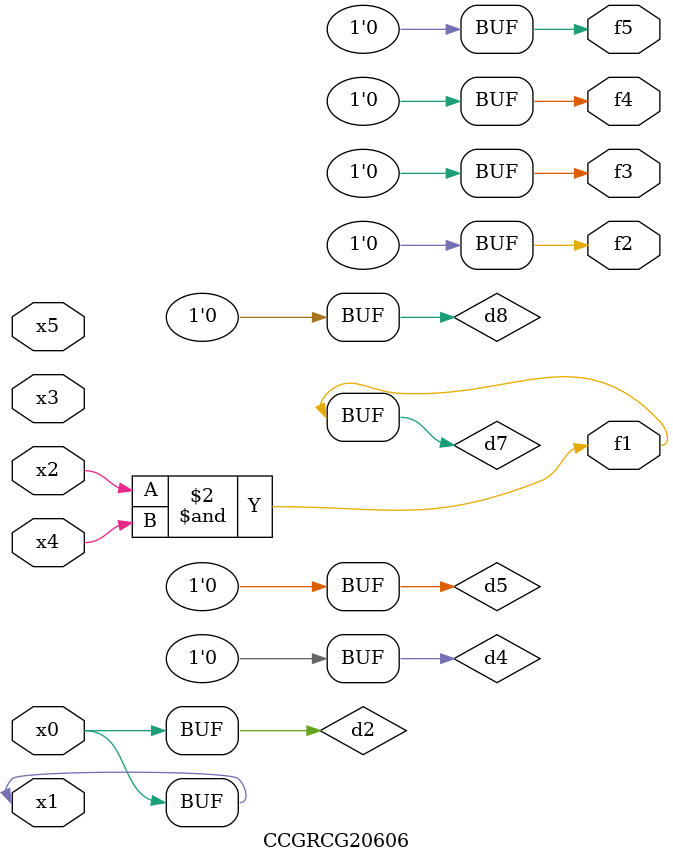
<source format=v>
module CCGRCG20606(
	input x0, x1, x2, x3, x4, x5,
	output f1, f2, f3, f4, f5
);

	wire d1, d2, d3, d4, d5, d6, d7, d8, d9;

	nand (d1, x1);
	buf (d2, x0, x1);
	nand (d3, x2, x4);
	and (d4, d1, d2);
	and (d5, d1, d2);
	nand (d6, d1, d3);
	not (d7, d3);
	xor (d8, d5);
	nor (d9, d5, d6);
	assign f1 = d7;
	assign f2 = d8;
	assign f3 = d8;
	assign f4 = d8;
	assign f5 = d8;
endmodule

</source>
